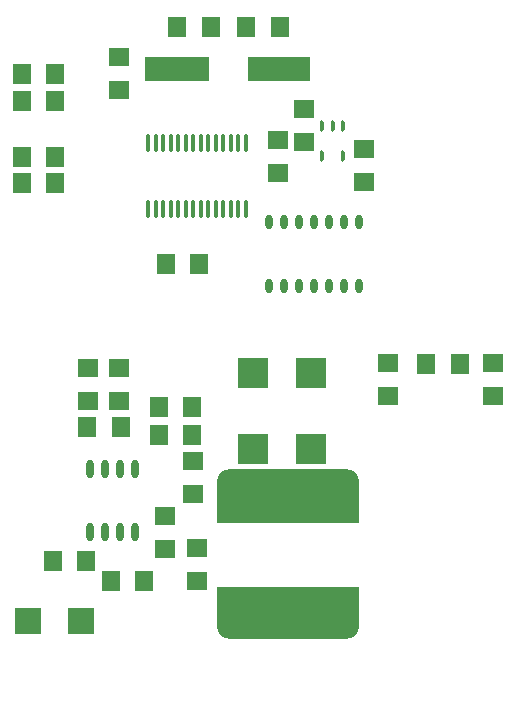
<source format=gtp>
G04 Layer_Color=8421504*
%FSAX25Y25*%
%MOIN*%
G70*
G01*
G75*
%ADD10O,0.02362X0.04724*%
G04:AMPARAMS|DCode=11|XSize=472.44mil|YSize=157.48mil|CornerRadius=39.37mil|HoleSize=0mil|Usage=FLASHONLY|Rotation=180.000|XOffset=0mil|YOffset=0mil|HoleType=Round|Shape=RoundedRectangle|*
%AMROUNDEDRECTD11*
21,1,0.47244,0.07874,0,0,180.0*
21,1,0.39370,0.15748,0,0,180.0*
1,1,0.07874,-0.19685,0.03937*
1,1,0.07874,0.19685,0.03937*
1,1,0.07874,0.19685,-0.03937*
1,1,0.07874,-0.19685,-0.03937*
%
%ADD11ROUNDEDRECTD11*%
%ADD12R,0.47244X0.07500*%
%ADD13R,0.06299X0.07087*%
%ADD14R,0.21500X0.08000*%
%ADD15R,0.21000X0.08000*%
%ADD16O,0.01200X0.04000*%
%ADD17O,0.02362X0.06061*%
%ADD18R,0.09055X0.09055*%
%ADD19R,0.10000X0.10236*%
%ADD20O,0.01200X0.06300*%
%ADD21R,0.07087X0.06299*%
D10*
X1577500Y1196570D02*
D03*
X1582500D02*
D03*
X1587500D02*
D03*
X1592500D02*
D03*
X1597500D02*
D03*
X1602500D02*
D03*
X1607500D02*
D03*
X1577500Y1217830D02*
D03*
X1582500D02*
D03*
X1587500D02*
D03*
X1592500D02*
D03*
X1597500D02*
D03*
X1602500D02*
D03*
X1607500D02*
D03*
D11*
X1583800Y1086800D02*
D03*
Y1127500D02*
D03*
D12*
Y1121400D02*
D03*
Y1092600D02*
D03*
D13*
X1629888Y1170500D02*
D03*
X1640912D02*
D03*
X1540588Y1156300D02*
D03*
X1551612D02*
D03*
X1516412Y1104800D02*
D03*
X1505388D02*
D03*
X1542988Y1204000D02*
D03*
X1554012D02*
D03*
X1580912Y1283000D02*
D03*
X1569888D02*
D03*
X1546888D02*
D03*
X1557912D02*
D03*
X1494988Y1258200D02*
D03*
X1506012D02*
D03*
Y1239700D02*
D03*
X1494988D02*
D03*
X1506012Y1230800D02*
D03*
X1494988D02*
D03*
X1506012Y1267300D02*
D03*
X1494988D02*
D03*
X1540588Y1146800D02*
D03*
X1551612D02*
D03*
X1516888Y1149700D02*
D03*
X1527912D02*
D03*
X1535712Y1098300D02*
D03*
X1524688D02*
D03*
D14*
X1546900Y1268900D02*
D03*
D15*
X1580900D02*
D03*
D16*
X1602200Y1249900D02*
D03*
X1598700D02*
D03*
X1595200D02*
D03*
Y1240000D02*
D03*
X1602200D02*
D03*
D17*
X1517800Y1114500D02*
D03*
X1522800D02*
D03*
X1527800D02*
D03*
X1532800D02*
D03*
X1517800Y1135500D02*
D03*
X1522800D02*
D03*
X1532800D02*
D03*
X1527800D02*
D03*
D18*
X1514758Y1084787D02*
D03*
X1497042D02*
D03*
D19*
X1591300Y1167498D02*
D03*
Y1142302D02*
D03*
X1572100Y1167498D02*
D03*
Y1142302D02*
D03*
D20*
X1569700Y1244100D02*
D03*
X1567200D02*
D03*
X1564700D02*
D03*
X1562200D02*
D03*
X1559700D02*
D03*
X1557200D02*
D03*
X1554700D02*
D03*
X1552200D02*
D03*
X1549700D02*
D03*
X1547200D02*
D03*
X1544700D02*
D03*
X1542200D02*
D03*
X1539700D02*
D03*
X1537200D02*
D03*
X1569700Y1222400D02*
D03*
X1567200D02*
D03*
X1564700D02*
D03*
X1562200D02*
D03*
X1559700D02*
D03*
X1557200D02*
D03*
X1554700D02*
D03*
X1552200D02*
D03*
X1549700D02*
D03*
X1547200D02*
D03*
X1544700D02*
D03*
X1542200D02*
D03*
X1539700D02*
D03*
X1537200D02*
D03*
D21*
X1589200Y1244488D02*
D03*
Y1255512D02*
D03*
X1580300Y1234288D02*
D03*
Y1245312D02*
D03*
X1609100Y1242212D02*
D03*
Y1231188D02*
D03*
X1527500Y1261988D02*
D03*
Y1273012D02*
D03*
X1617000Y1159788D02*
D03*
Y1170812D02*
D03*
X1542900Y1108988D02*
D03*
Y1120012D02*
D03*
X1553500Y1098288D02*
D03*
Y1109312D02*
D03*
X1652000Y1159888D02*
D03*
Y1170912D02*
D03*
X1517200Y1158388D02*
D03*
Y1169412D02*
D03*
X1527500Y1158288D02*
D03*
Y1169312D02*
D03*
X1552000Y1138212D02*
D03*
Y1127188D02*
D03*
M02*

</source>
